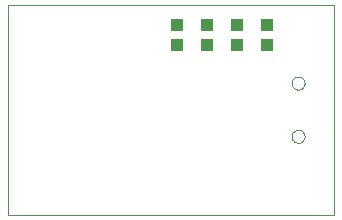
<source format=gbp>
G75*
G70*
%OFA0B0*%
%FSLAX24Y24*%
%IPPOS*%
%LPD*%
%AMOC8*
5,1,8,0,0,1.08239X$1,22.5*
%
%ADD10C,0.0000*%
%ADD11R,0.0433X0.0394*%
D10*
X001030Y000655D02*
X001030Y007655D01*
X011905Y007655D01*
X011905Y000655D01*
X001030Y000655D01*
X010477Y003269D02*
X010479Y003298D01*
X010485Y003326D01*
X010494Y003354D01*
X010507Y003380D01*
X010524Y003403D01*
X010543Y003425D01*
X010565Y003444D01*
X010590Y003459D01*
X010616Y003472D01*
X010644Y003480D01*
X010672Y003485D01*
X010701Y003486D01*
X010730Y003483D01*
X010758Y003476D01*
X010785Y003466D01*
X010811Y003452D01*
X010834Y003435D01*
X010855Y003415D01*
X010873Y003392D01*
X010888Y003367D01*
X010899Y003340D01*
X010907Y003312D01*
X010911Y003283D01*
X010911Y003255D01*
X010907Y003226D01*
X010899Y003198D01*
X010888Y003171D01*
X010873Y003146D01*
X010855Y003123D01*
X010834Y003103D01*
X010811Y003086D01*
X010785Y003072D01*
X010758Y003062D01*
X010730Y003055D01*
X010701Y003052D01*
X010672Y003053D01*
X010644Y003058D01*
X010616Y003066D01*
X010590Y003079D01*
X010565Y003094D01*
X010543Y003113D01*
X010524Y003135D01*
X010507Y003158D01*
X010494Y003184D01*
X010485Y003212D01*
X010479Y003240D01*
X010477Y003269D01*
X010477Y005041D02*
X010479Y005070D01*
X010485Y005098D01*
X010494Y005126D01*
X010507Y005152D01*
X010524Y005175D01*
X010543Y005197D01*
X010565Y005216D01*
X010590Y005231D01*
X010616Y005244D01*
X010644Y005252D01*
X010672Y005257D01*
X010701Y005258D01*
X010730Y005255D01*
X010758Y005248D01*
X010785Y005238D01*
X010811Y005224D01*
X010834Y005207D01*
X010855Y005187D01*
X010873Y005164D01*
X010888Y005139D01*
X010899Y005112D01*
X010907Y005084D01*
X010911Y005055D01*
X010911Y005027D01*
X010907Y004998D01*
X010899Y004970D01*
X010888Y004943D01*
X010873Y004918D01*
X010855Y004895D01*
X010834Y004875D01*
X010811Y004858D01*
X010785Y004844D01*
X010758Y004834D01*
X010730Y004827D01*
X010701Y004824D01*
X010672Y004825D01*
X010644Y004830D01*
X010616Y004838D01*
X010590Y004851D01*
X010565Y004866D01*
X010543Y004885D01*
X010524Y004907D01*
X010507Y004930D01*
X010494Y004956D01*
X010485Y004984D01*
X010479Y005012D01*
X010477Y005041D01*
D11*
X009655Y006320D03*
X008655Y006320D03*
X007655Y006320D03*
X006655Y006320D03*
X006655Y006990D03*
X007655Y006990D03*
X008655Y006990D03*
X009655Y006990D03*
M02*

</source>
